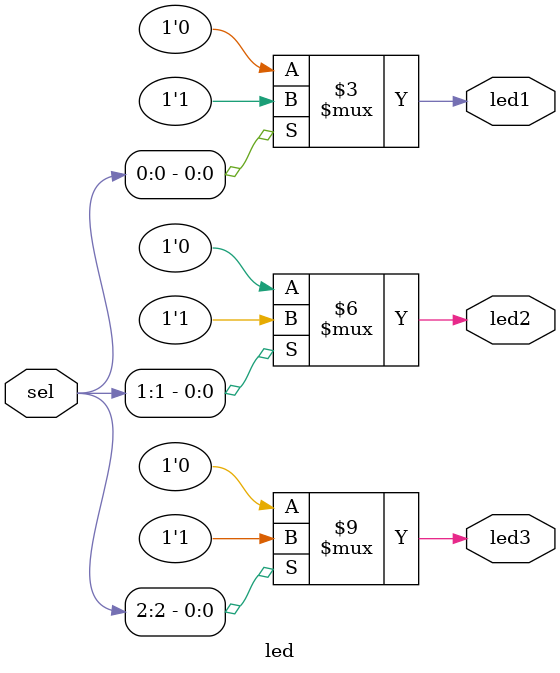
<source format=sv>
`timescale 1ns / 1ps


module led(
    input logic [2:0] sel,
    output logic led1, led2, led3
    );

    always_comb
    begin
        {led3, led2, led1} = 3'b0;
        if (sel[2])
        begin
            led3 = 1'b1;
        end
        if (sel[1])
        begin
            led2 = 1'b1;
        end
        if (sel[0])
        begin
            led1 = 1'b1;
        end
    end
endmodule

</source>
